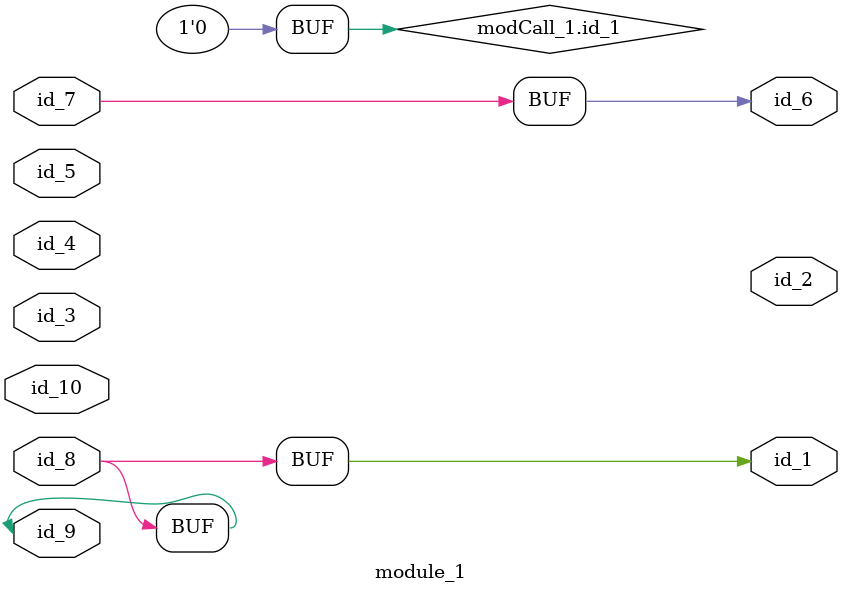
<source format=v>
module module_0;
  tri id_1, id_2 = 1'b0;
endmodule
module module_1 (
    id_1,
    id_2,
    id_3,
    id_4,
    id_5,
    id_6,
    id_7,
    id_8,
    id_9,
    id_10
);
  inout wire id_10;
  inout wire id_9;
  input wire id_8;
  input wire id_7;
  output wire id_6;
  inout wire id_5;
  inout wire id_4;
  inout wire id_3;
  output wire id_2;
  output wire id_1;
  assign id_9 = id_8;
  assign id_9 = id_8;
  assign id_6 = id_7;
  wire id_11;
  module_0 modCall_1 ();
  assign modCall_1.id_1 = 0;
  assign id_1 = id_8;
  wire id_12;
endmodule

</source>
